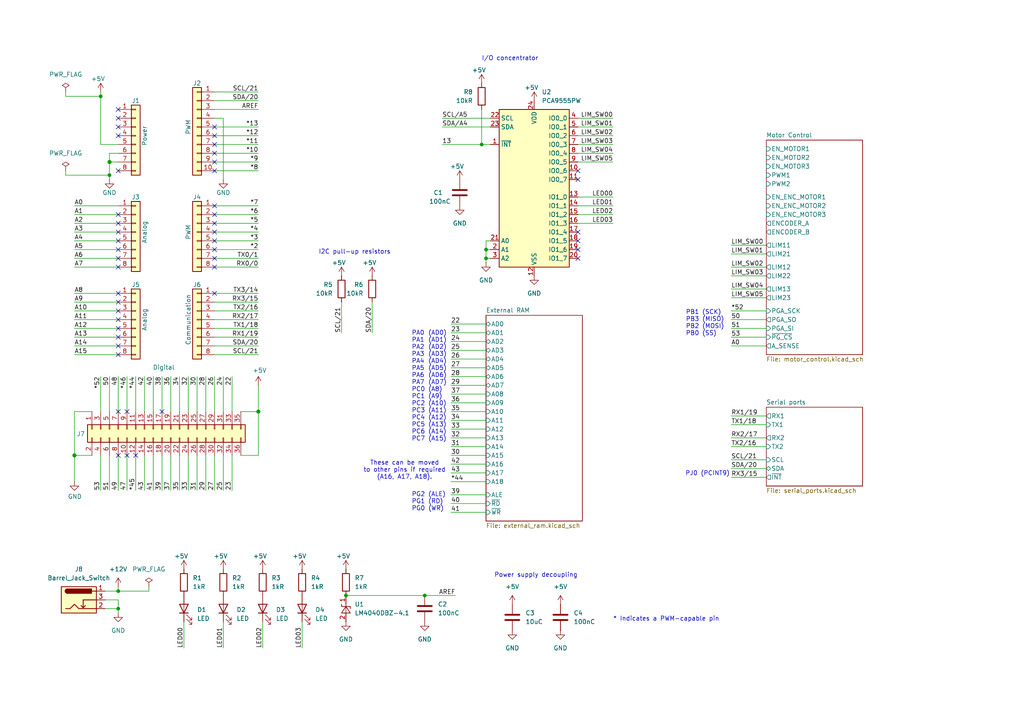
<source format=kicad_sch>
(kicad_sch (version 20250114) (generator "eeschema") (generator_version "9.0")
  (paper "A4")
  (title_block (date "mar. 31 mars 2015"))
  (lib_symbols
    (symbol "Connector:Barrel_Jack_Switch" (pin_names (hide yes))
      (property "Reference" "J" (at 0 5.334 0))
      (property "Value" "Barrel_Jack_Switch" (at 0 -5.08 0))
      (symbol "Barrel_Jack_Switch_1_1"
        (pin passive line (at 7.62 2.54 180) (length 2.54) (name "~") (number "1"))
        (pin passive line (at 7.62 0 180) (length 2.54) (name "~") (number "3"))
        (pin passive line (at 7.62 -2.54 180) (length 2.54) (name "~") (number "2"))
      )
    )
    (symbol "Connector_Generic:Conn_01x08" (pin_names (offset 1.016) (hide yes))
      (property "Reference" "J" (at 0 10.16 0))
      (property "Value" "Conn_01x08" (at 0 -12.7 0))
      (symbol "Conn_01x08_1_1"
        (pin passive line (at -5.08 7.62 0) (length 3.81) (name "Pin_1") (number "1"))
        (pin passive line (at -5.08 5.08 0) (length 3.81) (name "Pin_2") (number "2"))
        (pin passive line (at -5.08 2.54 0) (length 3.81) (name "Pin_3") (number "3"))
        (pin passive line (at -5.08 0 0) (length 3.81) (name "Pin_4") (number "4"))
        (pin passive line (at -5.08 -2.54 0) (length 3.81) (name "Pin_5") (number "5"))
        (pin passive line (at -5.08 -5.08 0) (length 3.81) (name "Pin_6") (number "6"))
        (pin passive line (at -5.08 -7.62 0) (length 3.81) (name "Pin_7") (number "7"))
        (pin passive line (at -5.08 -10.16 0) (length 3.81) (name "Pin_8") (number "8"))
      )
    )
    (symbol "Connector_Generic:Conn_01x10" (pin_names (offset 1.016) (hide yes))
      (property "Reference" "J" (at 0 12.7 0))
      (property "Value" "Conn_01x10" (at 0 -15.24 0))
      (symbol "Conn_01x10_1_1"
        (pin passive line (at -5.08 10.16 0) (length 3.81) (name "Pin_1") (number "1"))
        (pin passive line (at -5.08 7.62 0) (length 3.81) (name "Pin_2") (number "2"))
        (pin passive line (at -5.08 5.08 0) (length 3.81) (name "Pin_3") (number "3"))
        (pin passive line (at -5.08 2.54 0) (length 3.81) (name "Pin_4") (number "4"))
        (pin passive line (at -5.08 0 0) (length 3.81) (name "Pin_5") (number "5"))
        (pin passive line (at -5.08 -2.54 0) (length 3.81) (name "Pin_6") (number "6"))
        (pin passive line (at -5.08 -5.08 0) (length 3.81) (name "Pin_7") (number "7"))
        (pin passive line (at -5.08 -7.62 0) (length 3.81) (name "Pin_8") (number "8"))
        (pin passive line (at -5.08 -10.16 0) (length 3.81) (name "Pin_9") (number "9"))
        (pin passive line (at -5.08 -12.7 0) (length 3.81) (name "Pin_10") (number "10"))
      )
    )
    (symbol "Connector_Generic:Conn_02x18_Odd_Even" (pin_names (offset 1.016) (hide yes))
      (property "Reference" "J" (at 1.27 22.86 0))
      (property "Value" "Conn_02x18_Odd_Even" (at 1.27 -25.4 0))
      (symbol "Conn_02x18_Odd_Even_1_1"
        (pin passive line (at -5.08 20.32 0) (length 3.81) (name "Pin_1") (number "1"))
        (pin passive line (at -5.08 17.78 0) (length 3.81) (name "Pin_3") (number "3"))
        (pin passive line (at -5.08 15.24 0) (length 3.81) (name "Pin_5") (number "5"))
        (pin passive line (at -5.08 12.7 0) (length 3.81) (name "Pin_7") (number "7"))
        (pin passive line (at -5.08 10.16 0) (length 3.81) (name "Pin_9") (number "9"))
        (pin passive line (at -5.08 7.62 0) (length 3.81) (name "Pin_11") (number "11"))
        (pin passive line (at -5.08 5.08 0) (length 3.81) (name "Pin_13") (number "13"))
        (pin passive line (at -5.08 2.54 0) (length 3.81) (name "Pin_15") (number "15"))
        (pin passive line (at -5.08 0 0) (length 3.81) (name "Pin_17") (number "17"))
        (pin passive line (at -5.08 -2.54 0) (length 3.81) (name "Pin_19") (number "19"))
        (pin passive line (at -5.08 -5.08 0) (length 3.81) (name "Pin_21") (number "21"))
        (pin passive line (at -5.08 -7.62 0) (length 3.81) (name "Pin_23") (number "23"))
        (pin passive line (at -5.08 -10.16 0) (length 3.81) (name "Pin_25") (number "25"))
        (pin passive line (at -5.08 -12.7 0) (length 3.81) (name "Pin_27") (number "27"))
        (pin passive line (at -5.08 -15.24 0) (length 3.81) (name "Pin_29") (number "29"))
        (pin passive line (at -5.08 -17.78 0) (length 3.81) (name "Pin_31") (number "31"))
        (pin passive line (at -5.08 -20.32 0) (length 3.81) (name "Pin_33") (number "33"))
        (pin passive line (at -5.08 -22.86 0) (length 3.81) (name "Pin_35") (number "35"))
        (pin passive line (at 7.62 20.32 180) (length 3.81) (name "Pin_2") (number "2"))
        (pin passive line (at 7.62 17.78 180) (length 3.81) (name "Pin_4") (number "4"))
        (pin passive line (at 7.62 15.24 180) (length 3.81) (name "Pin_6") (number "6"))
        (pin passive line (at 7.62 12.7 180) (length 3.81) (name "Pin_8") (number "8"))
        (pin passive line (at 7.62 10.16 180) (length 3.81) (name "Pin_10") (number "10"))
        (pin passive line (at 7.62 7.62 180) (length 3.81) (name "Pin_12") (number "12"))
        (pin passive line (at 7.62 5.08 180) (length 3.81) (name "Pin_14") (number "14"))
        (pin passive line (at 7.62 2.54 180) (length 3.81) (name "Pin_16") (number "16"))
        (pin passive line (at 7.62 0 180) (length 3.81) (name "Pin_18") (number "18"))
        (pin passive line (at 7.62 -2.54 180) (length 3.81) (name "Pin_20") (number "20"))
        (pin passive line (at 7.62 -5.08 180) (length 3.81) (name "Pin_22") (number "22"))
        (pin passive line (at 7.62 -7.62 180) (length 3.81) (name "Pin_24") (number "24"))
        (pin passive line (at 7.62 -10.16 180) (length 3.81) (name "Pin_26") (number "26"))
        (pin passive line (at 7.62 -12.7 180) (length 3.81) (name "Pin_28") (number "28"))
        (pin passive line (at 7.62 -15.24 180) (length 3.81) (name "Pin_30") (number "30"))
        (pin passive line (at 7.62 -17.78 180) (length 3.81) (name "Pin_32") (number "32"))
        (pin passive line (at 7.62 -20.32 180) (length 3.81) (name "Pin_34") (number "34"))
        (pin passive line (at 7.62 -22.86 180) (length 3.81) (name "Pin_36") (number "36"))
      )
    )
    (symbol "Device:C" (pin_numbers (hide yes)) (pin_names (offset 0.254))
      (property "Reference" "C" (at 0.635 2.54 0))
      (property "Value" "C" (at 0.635 -2.54 0))
      (symbol "C_1_1"
        (pin passive line (at 0 3.81 270) (length 2.794) (name "~") (number "1"))
        (pin passive line (at 0 -3.81 90) (length 2.794) (name "~") (number "2"))
      )
    )
    (symbol "Device:LED" (pin_numbers (hide yes)) (pin_names (offset 1.016) (hide yes))
      (property "Reference" "D" (at 0 2.54 0))
      (property "Value" "LED" (at 0 -2.54 0))
      (symbol "LED_1_1"
        (pin passive line (at -3.81 0 0) (length 2.54) (name "K") (number "1"))
        (pin passive line (at 3.81 0 180) (length 2.54) (name "A") (number "2"))
      )
    )
    (symbol "Device:R" (pin_numbers (hide yes)) (pin_names (offset 0))
      (property "Reference" "R" (at 2.032 0 90))
      (property "Value" "R" (at 0 0 90))
      (symbol "R_1_1"
        (pin passive line (at 0 3.81 270) (length 1.27) (name "~") (number "1"))
        (pin passive line (at 0 -3.81 90) (length 1.27) (name "~") (number "2"))
      )
    )
    (symbol "Interface_Expansion:PCA9555PW"
      (property "Reference" "U" (at -8.89 24.13 0))
      (property "Value" "PCA9555PW" (at 6.35 24.13 0))
      (symbol "PCA9555PW_1_1"
        (pin input line (at -12.7 20.32 0) (length 2.54) (name "SCL") (number "22"))
        (pin bidirectional line (at -12.7 17.78 0) (length 2.54) (name "SDA") (number "23"))
        (pin open_collector line (at -12.7 12.7 0) (length 2.54) (name "~{INT}") (number "1"))
        (pin input line (at -12.7 -15.24 0) (length 2.54) (name "A0") (number "21"))
        (pin input line (at -12.7 -17.78 0) (length 2.54) (name "A1") (number "2"))
        (pin input line (at -12.7 -20.32 0) (length 2.54) (name "A2") (number "3"))
        (pin power_in line (at 0 25.4 270) (length 2.54) (name "VDD") (number "24"))
        (pin power_in line (at 0 -25.4 90) (length 2.54) (name "VSS") (number "12"))
        (pin bidirectional line (at 12.7 20.32 180) (length 2.54) (name "IO0_0") (number "4"))
        (pin bidirectional line (at 12.7 17.78 180) (length 2.54) (name "IO0_1") (number "5"))
        (pin bidirectional line (at 12.7 15.24 180) (length 2.54) (name "IO0_2") (number "6"))
        (pin bidirectional line (at 12.7 12.7 180) (length 2.54) (name "IO0_3") (number "7"))
        (pin bidirectional line (at 12.7 10.16 180) (length 2.54) (name "IO0_4") (number "8"))
        (pin bidirectional line (at 12.7 7.62 180) (length 2.54) (name "IO0_5") (number "9"))
        (pin bidirectional line (at 12.7 5.08 180) (length 2.54) (name "IO0_6") (number "10"))
        (pin bidirectional line (at 12.7 2.54 180) (length 2.54) (name "IO0_7") (number "11"))
        (pin bidirectional line (at 12.7 -2.54 180) (length 2.54) (name "IO1_0") (number "13"))
        (pin bidirectional line (at 12.7 -5.08 180) (length 2.54) (name "IO1_1") (number "14"))
        (pin bidirectional line (at 12.7 -7.62 180) (length 2.54) (name "IO1_2") (number "15"))
        (pin bidirectional line (at 12.7 -10.16 180) (length 2.54) (name "IO1_3") (number "16"))
        (pin bidirectional line (at 12.7 -12.7 180) (length 2.54) (name "IO1_4") (number "17"))
        (pin bidirectional line (at 12.7 -15.24 180) (length 2.54) (name "IO1_5") (number "18"))
        (pin bidirectional line (at 12.7 -17.78 180) (length 2.54) (name "IO1_6") (number "19"))
        (pin bidirectional line (at 12.7 -20.32 180) (length 2.54) (name "IO1_7") (number "20"))
      )
    )
    (symbol "Reference_Voltage:LM4040DBZ-4.1" (pin_names (offset 0.0254) (hide yes))
      (property "Reference" "U" (at 0 2.54 0))
      (property "Value" "LM4040DBZ-4.1" (at 0 -3.175 0))
      (symbol "LM4040DBZ-4.1_1_1"
        (pin passive line (at -3.81 0 0) (length 2.54) (name "A") (number "2"))
        (pin no_connect line (at -1.27 0 0) (length 2.54) (hide yes) (name "NC") (number "3"))
        (pin passive line (at 3.81 0 180) (length 2.54) (name "K") (number "1"))
      )
    )
    (symbol "power:+12V" (power) (pin_numbers (hide yes)) (pin_names (offset 0) (hide yes))
      (property "Value" "+12V" (at 0 3.556 0))
      (symbol "+12V_1_1"
        (pin power_in line (at 0 0 90) (length 0) (name "~") (number "1"))
      )
    )
    (symbol "power:+5V" (power) (pin_numbers (hide yes)) (pin_names (offset 0) (hide yes))
      (property "Value" "+5V" (at 0 3.556 0))
      (symbol "+5V_1_1"
        (pin power_in line (at 0 0 90) (length 0) (name "~") (number "1"))
      )
    )
    (symbol "power:GND" (power) (pin_numbers (hide yes)) (pin_names (offset 0) (hide yes))
      (property "Value" "GND" (at 0 -3.81 0))
      (symbol "GND_1_1"
        (pin power_in line (at 0 0 270) (length 0) (name "~") (number "1"))
      )
    )
    (symbol "power:PWR_FLAG" (power) (pin_numbers (hide yes)) (pin_names (offset 0) (hide yes))
      (property "Value" "PWR_FLAG" (at 0 3.81 0))
      (symbol "PWR_FLAG_0_0"
        (pin power_out line (at 0 0 90) (length 0) (name "~") (number "1"))
      )
    )
  )
  (text "PG2	(ALE)\nPG1	(RD)\nPG0	(WR)" (at 119.38 145.542 0) (effects (font (size 1.27 1.27)) (justify left)))
  (text "PJ0 (PCINT9)" (at 205.232 137.414 0) (effects (font (size 1.27 1.27))))
  (text "PB1 (SCK)\nPB3 (MISO)\nPB2 (MOSI)\nPB0 (SS)" (at 198.882 93.726 0) (effects (font (size 1.27 1.27)) (justify left)))
  (text "Power supply decoupling" (at 155.448 166.878 0) (effects (font (size 1.27 1.27))))
  (text "I/O concentrator" (at 139.7 17.78 0) (effects (font (size 1.27 1.27)) (justify left bottom)))
  (text "* Indicates a PWM-capable pin" (at 177.8 180.34 0) (effects (font (size 1.27 1.27)) (justify left bottom)))
  (text "These can be moved\nto other pins if required\n(A16, A17, A18)." (at 117.348 136.398 0) (effects (font (size 1.27 1.27))))
  (text "PA0	(AD0)\nPA1	(AD1)\nPA2	(AD2)\nPA3	(AD3)\nPA4	(AD4)\nPA5	(AD5)\nPA6	(AD6)\nPA7	(AD7)\nPC0	(A8)\nPC1	(A9)\nPC2	(A10)\nPC3	(A11)\nPC4	(A12)\nPC5	(A13)\nPC6	(A14)\nPC7	(A15)" (at 119.38 112.014 0) (effects (font (size 1.27 1.27)) (justify left)))
  (text "I2C pull-up resistors" (at 102.87 73.152 0) (effects (font (size 1.27 1.27))))
  (junction (at 34.29 176.53))
  (junction (at 21.59 132.08) (diameter 1.016))
  (junction (at 31.75 46.99) (diameter 1.016))
  (junction (at 100.33 172.72))
  (junction (at 140.97 72.39))
  (junction (at 123.19 172.72))
  (junction (at 34.29 171.45))
  (junction (at 31.75 50.8))
  (junction (at 29.21 27.94))
  (junction (at 139.7 41.91))
  (junction (at 140.97 74.93))
  (junction (at 74.93 119.38) (diameter 1.016))
  (no_connect (at 34.29 119.38))
  (no_connect (at 34.29 34.29))
  (no_connect (at 46.99 119.38))
  (no_connect (at 34.29 92.71))
  (no_connect (at 62.23 62.23))
  (no_connect (at 34.29 62.23))
  (no_connect (at 34.29 95.25))
  (no_connect (at 34.29 72.39))
  (no_connect (at 62.23 64.77))
  (no_connect (at 34.29 67.31))
  (no_connect (at 62.23 39.37))
  (no_connect (at 167.64 74.93))
  (no_connect (at 62.23 44.45))
  (no_connect (at 34.29 74.93))
  (no_connect (at 62.23 77.47))
  (no_connect (at 167.64 52.07))
  (no_connect (at 34.29 49.53))
  (no_connect (at 34.29 102.87))
  (no_connect (at 62.23 74.93))
  (no_connect (at 62.23 85.09))
  (no_connect (at 34.29 85.09))
  (no_connect (at 39.37 132.08))
  (no_connect (at 36.83 132.08))
  (no_connect (at 62.23 41.91))
  (no_connect (at 167.64 72.39))
  (no_connect (at 62.23 46.99))
  (no_connect (at 34.29 39.37))
  (no_connect (at 34.29 97.79))
  (no_connect (at 34.29 36.83))
  (no_connect (at 34.29 64.77))
  (no_connect (at 34.29 77.47))
  (no_connect (at 62.23 69.85))
  (no_connect (at 167.64 69.85))
  (no_connect (at 34.29 132.08))
  (no_connect (at 62.23 36.83))
  (no_connect (at 62.23 59.69))
  (no_connect (at 36.83 119.38))
  (no_connect (at 34.29 100.33))
  (no_connect (at 34.29 87.63))
  (no_connect (at 62.23 49.53))
  (no_connect (at 167.64 49.53))
  (no_connect (at 34.29 69.85))
  (no_connect (at 62.23 72.39))
  (no_connect (at 34.29 31.75))
  (no_connect (at 62.23 67.31))
  (no_connect (at 167.64 67.31))
  (no_connect (at 34.29 90.17))
  (wire (pts (xy 62.23 77.47) (xy 74.93 77.47)))
  (wire (pts (xy 212.09 90.17) (xy 222.25 90.17)))
  (wire (pts (xy 31.75 50.8) (xy 31.75 52.07)))
  (wire (pts (xy 34.29 176.53) (xy 34.29 177.8)))
  (wire (pts (xy 222.25 120.65) (xy 212.09 120.65)))
  (wire (pts (xy 21.59 77.47) (xy 34.29 77.47)))
  (wire (pts (xy 62.23 44.45) (xy 74.93 44.45)))
  (wire (pts (xy 44.45 109.22) (xy 44.45 119.38)))
  (wire (pts (xy 34.29 173.99) (xy 34.29 176.53)))
  (wire (pts (xy 222.25 95.25) (xy 212.09 95.25)))
  (wire (pts (xy 130.81 134.62) (xy 140.97 134.62)))
  (wire (pts (xy 62.23 26.67) (xy 74.93 26.67)))
  (wire (pts (xy 46.99 109.22) (xy 46.99 119.38)))
  (wire (pts (xy 29.21 27.94) (xy 29.21 41.91)))
  (wire (pts (xy 140.97 72.39) (xy 142.24 72.39)))
  (wire (pts (xy 74.93 119.38) (xy 74.93 132.08)))
  (wire (pts (xy 212.09 73.66) (xy 222.25 73.66)))
  (wire (pts (xy 212.09 133.35) (xy 222.25 133.35)))
  (wire (pts (xy 26.67 119.38) (xy 21.59 119.38)))
  (wire (pts (xy 222.25 97.79) (xy 212.09 97.79)))
  (wire (pts (xy 53.34 180.34) (xy 53.34 187.96)))
  (wire (pts (xy 62.23 90.17) (xy 74.93 90.17)))
  (wire (pts (xy 31.75 44.45) (xy 31.75 46.99)))
  (wire (pts (xy 212.09 77.47) (xy 222.25 77.47)))
  (wire (pts (xy 140.97 143.51) (xy 130.81 143.51)))
  (wire (pts (xy 167.64 62.23) (xy 177.8 62.23)))
  (wire (pts (xy 212.09 83.82) (xy 222.25 83.82)))
  (wire (pts (xy 49.53 132.08) (xy 49.53 142.24)))
  (wire (pts (xy 21.59 72.39) (xy 34.29 72.39)))
  (wire (pts (xy 54.61 109.22) (xy 54.61 119.38)))
  (wire (pts (xy 19.05 27.94) (xy 29.21 27.94)))
  (wire (pts (xy 31.75 109.22) (xy 31.75 119.38)))
  (wire (pts (xy 67.31 109.22) (xy 67.31 119.38)))
  (wire (pts (xy 19.05 50.8) (xy 31.75 50.8)))
  (wire (pts (xy 31.75 46.99) (xy 31.75 50.8)))
  (wire (pts (xy 212.09 138.43) (xy 222.25 138.43)))
  (wire (pts (xy 62.23 132.08) (xy 62.23 142.24)))
  (wire (pts (xy 41.91 109.22) (xy 41.91 119.38)))
  (wire (pts (xy 140.97 119.38) (xy 130.81 119.38)))
  (wire (pts (xy 140.97 148.59) (xy 130.81 148.59)))
  (wire (pts (xy 29.21 41.91) (xy 34.29 41.91)))
  (wire (pts (xy 52.07 132.08) (xy 52.07 142.24)))
  (wire (pts (xy 29.21 26.67) (xy 29.21 27.94)))
  (wire (pts (xy 21.59 102.87) (xy 34.29 102.87)))
  (wire (pts (xy 36.83 132.08) (xy 36.83 142.24)))
  (wire (pts (xy 59.69 132.08) (xy 59.69 142.24)))
  (wire (pts (xy 62.23 36.83) (xy 74.93 36.83)))
  (wire (pts (xy 177.8 36.83) (xy 167.64 36.83)))
  (wire (pts (xy 140.97 106.68) (xy 130.81 106.68)))
  (wire (pts (xy 30.48 171.45) (xy 34.29 171.45)))
  (wire (pts (xy 130.81 93.98) (xy 140.97 93.98)))
  (wire (pts (xy 62.23 59.69) (xy 74.93 59.69)))
  (wire (pts (xy 34.29 59.69) (xy 21.59 59.69)))
  (wire (pts (xy 100.33 172.72) (xy 123.19 172.72)))
  (wire (pts (xy 62.23 39.37) (xy 74.93 39.37)))
  (wire (pts (xy 34.29 100.33) (xy 21.59 100.33)))
  (wire (pts (xy 107.95 87.63) (xy 107.95 96.52)))
  (wire (pts (xy 62.23 62.23) (xy 74.93 62.23)))
  (wire (pts (xy 62.23 97.79) (xy 74.93 97.79)))
  (wire (pts (xy 64.77 180.34) (xy 64.77 187.96)))
  (wire (pts (xy 76.2 180.34) (xy 76.2 187.96)))
  (wire (pts (xy 52.07 109.22) (xy 52.07 119.38)))
  (wire (pts (xy 130.81 139.7) (xy 140.97 139.7)))
  (wire (pts (xy 21.59 119.38) (xy 21.59 132.08)))
  (wire (pts (xy 142.24 41.91) (xy 139.7 41.91)))
  (wire (pts (xy 36.83 109.22) (xy 36.83 119.38)))
  (wire (pts (xy 26.67 132.08) (xy 21.59 132.08)))
  (wire (pts (xy 140.97 69.85) (xy 142.24 69.85)))
  (wire (pts (xy 130.81 127) (xy 140.97 127)))
  (wire (pts (xy 30.48 176.53) (xy 34.29 176.53)))
  (wire (pts (xy 140.97 101.6) (xy 130.81 101.6)))
  (wire (pts (xy 62.23 46.99) (xy 74.93 46.99)))
  (wire (pts (xy 59.69 109.22) (xy 59.69 119.38)))
  (wire (pts (xy 222.25 123.19) (xy 212.09 123.19)))
  (wire (pts (xy 130.81 137.16) (xy 140.97 137.16)))
  (wire (pts (xy 57.15 109.22) (xy 57.15 119.38)))
  (wire (pts (xy 39.37 132.08) (xy 39.37 142.24)))
  (wire (pts (xy 57.15 132.08) (xy 57.15 142.24)))
  (wire (pts (xy 34.29 132.08) (xy 34.29 142.24)))
  (wire (pts (xy 64.77 109.22) (xy 64.77 119.38)))
  (wire (pts (xy 62.23 67.31) (xy 74.93 67.31)))
  (wire (pts (xy 43.18 171.45) (xy 34.29 171.45)))
  (wire (pts (xy 43.18 170.18) (xy 43.18 171.45)))
  (wire (pts (xy 44.45 132.08) (xy 44.45 142.24)))
  (wire (pts (xy 140.97 124.46) (xy 130.81 124.46)))
  (wire (pts (xy 39.37 109.22) (xy 39.37 119.38)))
  (wire (pts (xy 130.81 132.08) (xy 140.97 132.08)))
  (wire (pts (xy 140.97 76.2) (xy 140.97 74.93)))
  (wire (pts (xy 140.97 72.39) (xy 140.97 69.85)))
  (wire (pts (xy 30.48 173.99) (xy 34.29 173.99)))
  (wire (pts (xy 140.97 74.93) (xy 142.24 74.93)))
  (wire (pts (xy 62.23 87.63) (xy 74.93 87.63)))
  (wire (pts (xy 74.93 111.76) (xy 74.93 119.38)))
  (wire (pts (xy 140.97 114.3) (xy 130.81 114.3)))
  (wire (pts (xy 128.27 36.83) (xy 142.24 36.83)))
  (wire (pts (xy 222.25 127) (xy 212.09 127)))
  (wire (pts (xy 64.77 34.29) (xy 64.77 52.07)))
  (wire (pts (xy 62.23 102.87) (xy 74.93 102.87)))
  (wire (pts (xy 62.23 31.75) (xy 74.93 31.75)))
  (wire (pts (xy 69.85 119.38) (xy 74.93 119.38)))
  (wire (pts (xy 222.25 100.33) (xy 212.09 100.33)))
  (wire (pts (xy 62.23 95.25) (xy 74.93 95.25)))
  (wire (pts (xy 34.29 171.45) (xy 34.29 170.18)))
  (wire (pts (xy 21.59 92.71) (xy 34.29 92.71)))
  (wire (pts (xy 87.63 180.34) (xy 87.63 187.96)))
  (wire (pts (xy 167.64 57.15) (xy 177.8 57.15)))
  (wire (pts (xy 177.8 39.37) (xy 167.64 39.37)))
  (wire (pts (xy 34.29 64.77) (xy 21.59 64.77)))
  (wire (pts (xy 139.7 41.91) (xy 139.7 31.75)))
  (wire (pts (xy 62.23 85.09) (xy 74.93 85.09)))
  (wire (pts (xy 34.29 46.99) (xy 31.75 46.99)))
  (wire (pts (xy 212.09 135.89) (xy 222.25 135.89)))
  (wire (pts (xy 130.81 146.05) (xy 140.97 146.05)))
  (wire (pts (xy 177.8 44.45) (xy 167.64 44.45)))
  (wire (pts (xy 29.21 109.22) (xy 29.21 119.38)))
  (wire (pts (xy 21.59 62.23) (xy 34.29 62.23)))
  (wire (pts (xy 130.81 109.22) (xy 140.97 109.22)))
  (wire (pts (xy 31.75 132.08) (xy 31.75 142.24)))
  (wire (pts (xy 212.09 71.12) (xy 222.25 71.12)))
  (wire (pts (xy 128.27 34.29) (xy 142.24 34.29)))
  (wire (pts (xy 167.64 59.69) (xy 177.8 59.69)))
  (wire (pts (xy 54.61 132.08) (xy 54.61 142.24)))
  (wire (pts (xy 34.29 90.17) (xy 21.59 90.17)))
  (wire (pts (xy 19.05 49.53) (xy 19.05 50.8)))
  (wire (pts (xy 29.21 132.08) (xy 29.21 142.24)))
  (wire (pts (xy 62.23 92.71) (xy 74.93 92.71)))
  (wire (pts (xy 62.23 34.29) (xy 64.77 34.29)))
  (wire (pts (xy 46.99 132.08) (xy 46.99 142.24)))
  (wire (pts (xy 177.8 41.91) (xy 167.64 41.91)))
  (wire (pts (xy 130.81 116.84) (xy 140.97 116.84)))
  (wire (pts (xy 34.29 44.45) (xy 31.75 44.45)))
  (wire (pts (xy 21.59 97.79) (xy 34.29 97.79)))
  (wire (pts (xy 62.23 109.22) (xy 62.23 119.38)))
  (wire (pts (xy 62.23 41.91) (xy 74.93 41.91)))
  (wire (pts (xy 49.53 109.22) (xy 49.53 119.38)))
  (wire (pts (xy 212.09 80.01) (xy 222.25 80.01)))
  (wire (pts (xy 21.59 87.63) (xy 34.29 87.63)))
  (wire (pts (xy 62.23 64.77) (xy 74.93 64.77)))
  (wire (pts (xy 130.81 121.92) (xy 140.97 121.92)))
  (wire (pts (xy 21.59 67.31) (xy 34.29 67.31)))
  (wire (pts (xy 140.97 74.93) (xy 140.97 72.39)))
  (wire (pts (xy 34.29 109.22) (xy 34.29 119.38)))
  (wire (pts (xy 130.81 99.06) (xy 140.97 99.06)))
  (wire (pts (xy 62.23 100.33) (xy 74.93 100.33)))
  (wire (pts (xy 130.81 104.14) (xy 140.97 104.14)))
  (wire (pts (xy 222.25 129.54) (xy 212.09 129.54)))
  (wire (pts (xy 99.06 87.63) (xy 99.06 96.52)))
  (wire (pts (xy 74.93 132.08) (xy 69.85 132.08)))
  (wire (pts (xy 123.19 172.72) (xy 132.08 172.72)))
  (wire (pts (xy 128.27 41.91) (xy 139.7 41.91)))
  (wire (pts (xy 34.29 85.09) (xy 21.59 85.09)))
  (wire (pts (xy 140.97 96.52) (xy 130.81 96.52)))
  (wire (pts (xy 67.31 132.08) (xy 67.31 142.24)))
  (wire (pts (xy 62.23 29.21) (xy 74.93 29.21)))
  (wire (pts (xy 64.77 132.08) (xy 64.77 142.24)))
  (wire (pts (xy 62.23 72.39) (xy 74.93 72.39)))
  (wire (pts (xy 177.8 46.99) (xy 167.64 46.99)))
  (wire (pts (xy 177.8 34.29) (xy 167.64 34.29)))
  (wire (pts (xy 62.23 69.85) (xy 74.93 69.85)))
  (wire (pts (xy 41.91 132.08) (xy 41.91 142.24)))
  (wire (pts (xy 19.05 26.67) (xy 19.05 27.94)))
  (wire (pts (xy 212.09 86.36) (xy 222.25 86.36)))
  (wire (pts (xy 212.09 92.71) (xy 222.25 92.71)))
  (wire (pts (xy 62.23 74.93) (xy 74.93 74.93)))
  (wire (pts (xy 34.29 95.25) (xy 21.59 95.25)))
  (wire (pts (xy 21.59 132.08) (xy 21.59 139.7)))
  (wire (pts (xy 34.29 74.93) (xy 21.59 74.93)))
  (wire (pts (xy 140.97 129.54) (xy 130.81 129.54)))
  (wire (pts (xy 34.29 69.85) (xy 21.59 69.85)))
  (wire (pts (xy 167.64 64.77) (xy 177.8 64.77)))
  (wire (pts (xy 62.23 49.53) (xy 74.93 49.53)))
  (wire (pts (xy 140.97 111.76) (xy 130.81 111.76)))
  (label "A10" (at 21.59 90.17 0))
  (label "RX0{slash}0" (at 74.93 77.47 180))
  (label "A15" (at 21.59 102.87 0))
  (label "LIM_SW01" (at 177.8 36.83 180))
  (label "LED01" (at 177.8 59.69 180))
  (label "A2" (at 21.59 64.77 0))
  (label "53" (at 212.09 97.79 0))
  (label "RX2{slash}17" (at 74.93 92.71 180))
  (label "LIM_SW05" (at 177.8 46.99 180))
  (label "*4" (at 74.93 67.31 180))
  (label "SDA{slash}20" (at 212.09 135.89 0))
  (label "SDA{slash}20" (at 74.93 100.33 180))
  (label "LIM_SW01" (at 212.09 73.66 0))
  (label "26" (at 62.23 109.22 270))
  (label "SDA{slash}20" (at 107.95 96.52 90))
  (label "22" (at 130.81 93.98 0))
  (label "31" (at 57.15 142.24 90))
  (label "22" (at 67.31 109.22 270))
  (label "33" (at 54.61 142.24 90))
  (label "36" (at 49.53 109.22 270))
  (label "*2" (at 74.93 72.39 180))
  (label "23" (at 130.81 96.52 0))
  (label "TX1{slash}18" (at 74.93 95.25 180))
  (label "*44" (at 39.37 109.22 270))
  (label "A3" (at 21.59 67.31 0))
  (label "LED02" (at 177.8 62.23 180))
  (label "50" (at 212.09 92.71 0))
  (label "*13" (at 74.93 36.83 180))
  (label "LIM_SW02" (at 177.8 39.37 180))
  (label "35" (at 130.81 119.38 0))
  (label "13" (at 128.27 41.91 0))
  (label "*52" (at 29.21 109.22 270))
  (label "*12" (at 74.93 39.37 180))
  (label "42" (at 130.81 134.62 0))
  (label "40" (at 44.45 109.22 270))
  (label "SCL{slash}21" (at 212.09 133.35 0))
  (label "LIM_SW03" (at 177.8 41.91 180))
  (label "LIM_SW02" (at 212.09 77.47 0))
  (label "35" (at 52.07 142.24 90))
  (label "TX2{slash}16" (at 212.09 129.54 0))
  (label "LED02" (at 76.2 187.96 90))
  (label "LED00" (at 177.8 57.15 180))
  (label "SCL{slash}21" (at 99.06 96.52 90))
  (label "*10" (at 74.93 44.45 180))
  (label "40" (at 130.81 146.05 0))
  (label "LIM_SW00" (at 212.09 71.12 0))
  (label "*52" (at 212.09 90.17 0))
  (label "28" (at 59.69 109.22 270))
  (label "23" (at 67.31 142.24 90))
  (label "32" (at 130.81 127 0))
  (label "29" (at 59.69 142.24 90))
  (label "A13" (at 21.59 97.79 0))
  (label "LED00" (at 53.34 187.96 90))
  (label "41" (at 44.45 142.24 90))
  (label "30" (at 57.15 109.22 270))
  (label "47" (at 36.83 142.24 90))
  (label "LIM_SW04" (at 177.8 44.45 180))
  (label "34" (at 52.07 109.22 270))
  (label "24" (at 130.81 99.06 0))
  (label "*45" (at 39.37 142.24 90))
  (label "38" (at 46.99 109.22 270))
  (label "51" (at 31.75 142.24 90))
  (label "51" (at 212.09 95.25 0))
  (label "*7" (at 74.93 59.69 180))
  (label "33" (at 130.81 124.46 0))
  (label "SDA{slash}20" (at 74.93 29.21 180))
  (label "30" (at 130.81 132.08 0))
  (label "*8" (at 74.93 49.53 180))
  (label "LED03" (at 87.63 187.96 90))
  (label "A9" (at 21.59 87.63 0))
  (label "*11" (at 74.93 41.91 180))
  (label "RX3{slash}15" (at 212.09 138.43 0))
  (label "*3" (at 74.93 69.85 180))
  (label "RX1{slash}19" (at 212.09 120.65 0))
  (label "LIM_SW00" (at 177.8 34.29 180))
  (label "A6" (at 21.59 74.93 0))
  (label "LIM_SW05" (at 212.09 86.36 0))
  (label "LIM_SW03" (at 212.09 80.01 0))
  (label "42" (at 41.91 109.22 270))
  (label "29" (at 130.81 111.76 0))
  (label "A1" (at 21.59 62.23 0))
  (label "53" (at 29.21 142.24 90))
  (label "TX0{slash}1" (at 74.93 74.93 180))
  (label "27" (at 130.81 106.68 0))
  (label "AREF" (at 132.08 172.72 180))
  (label "24" (at 64.77 109.22 270))
  (label "RX1{slash}19" (at 74.93 97.79 180))
  (label "28" (at 130.81 109.22 0))
  (label "A0" (at 21.59 59.69 0))
  (label "37" (at 130.81 114.3 0))
  (label "AREF" (at 74.93 31.75 180))
  (label "A14" (at 21.59 100.33 0))
  (label "39" (at 46.99 142.24 90))
  (label "A8" (at 21.59 85.09 0))
  (label "RX2{slash}17" (at 212.09 127 0))
  (label "25" (at 130.81 101.6 0))
  (label "27" (at 62.23 142.24 90))
  (label "37" (at 49.53 142.24 90))
  (label "25" (at 64.77 142.24 90))
  (label "A0" (at 212.09 100.33 0))
  (label "*6" (at 74.93 62.23 180))
  (label "*46" (at 36.83 109.22 270))
  (label "SCL{slash}21" (at 74.93 26.67 180))
  (label "*9" (at 74.93 46.99 180))
  (label "50" (at 31.75 109.22 270))
  (label "TX2{slash}16" (at 74.93 90.17 180))
  (label "*5" (at 74.93 64.77 180))
  (label "39" (at 130.81 143.51 0))
  (label "36" (at 130.81 116.84 0))
  (label "41" (at 130.81 148.59 0))
  (label "26" (at 130.81 104.14 0))
  (label "*44" (at 130.81 139.7 0))
  (label "A7" (at 21.59 77.47 0))
  (label "SDA{slash}A4" (at 128.27 36.83 0))
  (label "A11" (at 21.59 92.71 0))
  (label "A4" (at 21.59 69.85 0))
  (label "49" (at 34.29 142.24 90))
  (label "A5" (at 21.59 72.39 0))
  (label "RX3{slash}15" (at 74.93 87.63 180))
  (label "TX3{slash}14" (at 74.93 85.09 180))
  (label "LIM_SW04" (at 212.09 83.82 0))
  (label "TX1{slash}18" (at 212.09 123.19 0))
  (label "32" (at 54.61 109.22 270))
  (label "43" (at 41.91 142.24 90))
  (label "43" (at 130.81 137.16 0))
  (label "LED01" (at 64.77 187.96 90))
  (label "LED03" (at 177.8 64.77 180))
  (label "34" (at 130.81 121.92 0))
  (label "A12" (at 21.59 95.25 0))
  (label "31" (at 130.81 129.54 0))
  (label "SCL{slash}21" (at 74.93 102.87 180))
  (label "48" (at 34.29 109.22 270))
  (label "SCL{slash}A5" (at 128.27 34.29 0))
  (symbol (lib_id "Connector_Generic:Conn_01x08") (at 39.37 39.37 0) (unit 1)
    (property "Reference" "J1" (at 39.37 29.21 0))
    (property "Value" "Power" (at 41.91 39.37 90))
    (property "Footprint" "Connector_PinSocket_2.54mm:PinSocket_1x08_P2.54mm_Vertical" (effects (hide yes)))
    (property "Description" "Generic connector, single row, 01x08, script generated (kicad-library-utils/schlib/autogen/connector/)" (effects (hide yes)))
  )
  (symbol (lib_id "power:GND") (at 31.75 52.07 0) (unit 1)
    (property "Reference" "#PWR0101" (effects (hide yes)))
    (property "Value" "GND" (at 31.75 55.88 0))
    (property "Description" "Power symbol creates a global label with name \"GND\" , ground" (effects (hide yes)))
  )
  (symbol (lib_id "Connector_Generic:Conn_01x10") (at 57.15 36.83 0) (mirror y) (unit 1)
    (property "Reference" "J2" (at 57.15 24.13 0))
    (property "Value" "PWM" (at 54.61 36.83 90))
    (property "Footprint" "Connector_PinSocket_2.54mm:PinSocket_1x10_P2.54mm_Vertical" (effects (hide yes)))
    (property "Description" "Generic connector, single row, 01x10, script generated (kicad-library-utils/schlib/autogen/connector/)" (effects (hide yes)))
  )
  (symbol (lib_id "power:GND") (at 64.77 52.07 0) (unit 1)
    (property "Reference" "#PWR0104" (effects (hide yes)))
    (property "Value" "GND" (at 64.77 55.88 0))
    (property "Description" "Power symbol creates a global label with name \"GND\" , ground" (effects (hide yes)))
  )
  (symbol (lib_id "Connector_Generic:Conn_01x08") (at 39.37 67.31 0) (unit 1)
    (property "Reference" "J3" (at 39.37 57.15 0))
    (property "Value" "Analog" (at 41.91 67.31 90))
    (property "Footprint" "Connector_PinSocket_2.54mm:PinSocket_1x08_P2.54mm_Vertical" (effects (hide yes)))
    (property "Description" "Generic connector, single row, 01x08, script generated (kicad-library-utils/schlib/autogen/connector/)" (effects (hide yes)))
  )
  (symbol (lib_id "Connector_Generic:Conn_01x08") (at 57.15 67.31 0) (mirror y) (unit 1)
    (property "Reference" "J4" (at 57.15 57.15 0))
    (property "Value" "PWM" (at 54.61 67.31 90))
    (property "Footprint" "Connector_PinSocket_2.54mm:PinSocket_1x08_P2.54mm_Vertical" (effects (hide yes)))
    (property "Description" "Generic connector, single row, 01x08, script generated (kicad-library-utils/schlib/autogen/connector/)" (effects (hide yes)))
  )
  (symbol (lib_id "Connector_Generic:Conn_01x08") (at 39.37 92.71 0) (unit 1)
    (property "Reference" "J5" (at 39.37 82.55 0))
    (property "Value" "Analog" (at 41.91 92.71 90))
    (property "Footprint" "Connector_PinSocket_2.54mm:PinSocket_1x08_P2.54mm_Vertical" (effects (hide yes)))
    (property "Description" "Generic connector, single row, 01x08, script generated (kicad-library-utils/schlib/autogen/connector/)" (effects (hide yes)))
  )
  (symbol (lib_id "Connector_Generic:Conn_01x08") (at 57.15 92.71 0) (mirror y) (unit 1)
    (property "Reference" "J6" (at 57.15 82.55 0))
    (property "Value" "Communication" (at 54.61 92.71 90))
    (property "Footprint" "Connector_PinSocket_2.54mm:PinSocket_1x08_P2.54mm_Vertical" (effects (hide yes)))
    (property "Description" "Generic connector, single row, 01x08, script generated (kicad-library-utils/schlib/autogen/connector/)" (effects (hide yes)))
  )
  (symbol (lib_id "Connector_Generic:Conn_02x18_Odd_Even") (at 46.99 124.46 90) (mirror x) (unit 1)
    (property "Reference" "J7" (at 24.6379 125.8506 90) (effects (justify left)))
    (property "Value" "Digital" (at 47.498 106.553 90))
    (property "Footprint" "Connector_PinSocket_2.54mm:PinSocket_2x18_P2.54mm_Vertical" (effects (hide yes)))
    (property "Description" "Generic connector, double row, 02x18, odd/even pin numbering scheme (row 1 odd numbers, row 2 even numbers), script generated (kicad-library-utils/schlib/autogen/connector/)" (effects (hide yes)))
  )
  (symbol (lib_id "power:GND") (at 21.59 139.7 0) (unit 1)
    (property "Reference" "#PWR0105" (effects (hide yes)))
    (property "Value" "GND" (at 21.7043 144.0244 0))
    (property "Description" "Power symbol creates a global label with name \"GND\" , ground" (effects (hide yes)))
  )
  (symbol (lib_id "power:+5V") (at 74.93 111.76 0) (unit 1)
    (property "Reference" "#PWR0103" (effects (hide yes)))
    (property "Value" "+5V" (at 75.2983 107.4356 0))
    (property "Description" "Power symbol creates a global label with name \"+5V\"" (effects (hide yes)))
  )
  (symbol (lib_id "power:PWR_FLAG") (at 19.05 26.67 0) (unit 1)
    (property "Reference" "#FLG01" (effects (hide yes)))
    (property "Value" "PWR_FLAG" (at 19.05 21.59 0))
    (property "Description" "Special symbol for telling ERC where power comes from" (effects (hide yes)))
  )
  (symbol (lib_id "power:+5V") (at 64.77 165.1 0) (mirror y) (unit 1)
    (property "Reference" "#PWR0109" (effects (hide yes)))
    (property "Value" "+5V" (at 66.04 161.29 0) (effects (justify left)))
  )
  (symbol (lib_id "power:+5V") (at 154.94 29.21 0) (mirror y) (unit 1)
    (property "Reference" "#PWR0124" (effects (hide yes)))
    (property "Value" "+5V" (at 156.21 25.4 0) (effects (justify left)))
  )
  (symbol (lib_id "power:GND") (at 140.97 76.2 0) (unit 1)
    (property "Reference" "#PWR0119" (effects (hide yes)))
    (property "Value" "GND" (at 140.97 81.28 0))
  )
  (symbol (lib_id "power:+5V") (at 53.34 165.1 0) (mirror y) (unit 1)
    (property "Reference" "#PWR0107" (effects (hide yes)))
    (property "Value" "+5V" (at 54.61 161.29 0) (effects (justify left)))
  )
  (symbol (lib_id "power:PWR_FLAG") (at 19.05 49.53 0) (unit 1)
    (property "Reference" "#FLG02" (effects (hide yes)))
    (property "Value" "PWR_FLAG" (at 19.05 44.45 0))
    (property "Description" "Special symbol for telling ERC where power comes from" (effects (hide yes)))
  )
  (symbol (lib_id "Device:LED") (at 64.77 176.53 90) (unit 1)
    (property "Reference" "D2" (at 68.58 176.8474 90) (effects (justify right)))
    (property "Value" "LED" (at 68.58 179.3874 90) (effects (justify right)))
    (property "Footprint" "LED_SMD:LED_0805_2012Metric" (effects (hide yes)))
    (property "Datasheet" "https://datasheet.lcsc.com/lcsc/1810271707_Everlight-Elec-17-21SYGC-S530-E3-TR8_C142303.pdf" (effects (hide yes)))
    (property "MPN" "17-21SYGC/S530-E3/TR8" (effects (hide yes)))
  )
  (symbol (lib_id "power:GND") (at 123.19 180.34 0) (unit 1)
    (property "Reference" "#PWR0111" (effects (hide yes)))
    (property "Value" "GND" (at 123.19 185.42 0))
    (property "Description" "Power symbol creates a global label with name \"GND\" , ground" (effects (hide yes)))
  )
  (symbol (lib_id "power:+5V") (at 100.33 165.1 0) (mirror y) (unit 1)
    (property "Reference" "#PWR0122" (effects (hide yes)))
    (property "Value" "+5V" (at 101.6 161.29 0) (effects (justify left)))
  )
  (symbol (lib_id "power:GND") (at 34.29 177.8 0) (unit 1)
    (property "Reference" "#PWR0110" (effects (hide yes)))
    (property "Value" "GND" (at 34.29 182.88 0))
  )
  (symbol (lib_id "Device:C") (at 162.56 179.07 0) (unit 1)
    (property "Reference" "C4" (at 166.37 177.7999 0) (effects (justify left)))
    (property "Value" "100nC" (at 166.37 180.3399 0) (effects (justify left)))
    (property "Footprint" "Capacitor_SMD:C_0805_2012Metric" (effects (hide yes)))
    (property "Datasheet" "https://www.lcsc.com/datasheet/lcsc_datasheet_2304140030_KEMET-C0805F104K5RACAUTO_C141162.pdf" (effects (hide yes)))
    (property "Description" "Unpolarized capacitor" (effects (hide yes)))
    (property "Status" "OK" (effects (hide yes)))
    (property "MPN" "C0805F104K5RACAUTO" (effects (hide yes)))
  )
  (symbol (lib_id "Device:C") (at 148.59 179.07 0) (unit 1)
    (property "Reference" "C3" (at 152.4 177.7999 0) (effects (justify left)))
    (property "Value" "10uC" (at 152.4 180.3399 0) (effects (justify left)))
    (property "Footprint" "Capacitor_SMD:C_1210_3225Metric" (effects (hide yes)))
    (property "Datasheet" "https://datasheet.lcsc.com/lcsc/1912111437_Taiyo-Yuden-UMK325AB7106KM-T_C386167.pdf" (effects (hide yes)))
    (property "Description" "Unpolarized capacitor" (effects (hide yes)))
    (property "Status" "OK" (effects (hide yes)))
    (property "MPN" "UMK325AB7106KM-T" (effects (hide yes)))
  )
  (symbol (lib_id "Device:LED") (at 87.63 176.53 90) (unit 1)
    (property "Reference" "D4" (at 91.44 176.8474 90) (effects (justify right)))
    (property "Value" "LED" (at 91.44 179.3874 90) (effects (justify right)))
    (property "Footprint" "LED_SMD:LED_0805_2012Metric" (effects (hide yes)))
    (property "Datasheet" "https://datasheet.lcsc.com/lcsc/1810271707_Everlight-Elec-17-21SYGC-S530-E3-TR8_C142303.pdf" (effects (hide yes)))
    (property "MPN" "17-21SYGC/S530-E3/TR8" (effects (hide yes)))
  )
  (symbol (lib_id "power:+5V") (at 107.95 80.01 0) (mirror y) (unit 1)
    (property "Reference" "#PWR0118" (effects (hide yes)))
    (property "Value" "+5V" (at 109.22 76.2 0) (effects (justify left)))
  )
  (symbol (lib_id "Device:LED") (at 53.34 176.53 90) (unit 1)
    (property "Reference" "D1" (at 57.15 176.8474 90) (effects (justify right)))
    (property "Value" "LED" (at 57.15 179.3874 90) (effects (justify right)))
    (property "Footprint" "LED_SMD:LED_0805_2012Metric" (effects (hide yes)))
    (property "Datasheet" "https://datasheet.lcsc.com/lcsc/1810271707_Everlight-Elec-17-21SYGC-S530-E3-TR8_C142303.pdf" (effects (hide yes)))
    (property "MPN" "17-21SYGC/S530-E3/TR8" (effects (hide yes)))
  )
  (symbol (lib_id "Device:R") (at 87.63 168.91 0) (unit 1)
    (property "Reference" "R4" (at 90.17 167.6399 0) (effects (justify left)))
    (property "Value" "1kR" (at 90.17 170.1799 0) (effects (justify left)))
    (property "Footprint" "Resistor_SMD:R_0805_2012Metric" (effects (hide yes)))
    (property "Datasheet" "https://datasheet.lcsc.com/lcsc/2010202005_YAGEO-AC0805FR-7W1KL_C727989.pdf" (effects (hide yes)))
    (property "MPN" "AC0805FR-7W1KL" (effects (hide yes)))
  )
  (symbol (lib_id "power:+5V") (at 148.59 175.26 0) (unit 1)
    (property "Reference" "#PWR0112" (effects (hide yes)))
    (property "Value" "+5V" (at 148.59 170.18 0))
    (property "Description" "Power symbol creates a global label with name \"+5V\"" (effects (hide yes)))
  )
  (symbol (lib_id "Device:LED") (at 76.2 176.53 90) (unit 1)
    (property "Reference" "D3" (at 80.01 176.8474 90) (effects (justify right)))
    (property "Value" "LED" (at 80.01 179.3874 90) (effects (justify right)))
    (property "Footprint" "LED_SMD:LED_0805_2012Metric" (effects (hide yes)))
    (property "Datasheet" "https://datasheet.lcsc.com/lcsc/1810271707_Everlight-Elec-17-21SYGC-S530-E3-TR8_C142303.pdf" (effects (hide yes)))
    (property "MPN" "17-21SYGC/S530-E3/TR8" (effects (hide yes)))
  )
  (symbol (lib_id "power:+5V") (at 133.35 52.07 0) (mirror y) (unit 1)
    (property "Reference" "#PWR0125" (effects (hide yes)))
    (property "Value" "+5V" (at 134.62 48.26 0) (effects (justify left)))
  )
  (symbol (lib_id "power:GND") (at 148.59 182.88 0) (unit 1)
    (property "Reference" "#PWR0114" (effects (hide yes)))
    (property "Value" "GND" (at 148.59 187.96 0))
    (property "Description" "Power symbol creates a global label with name \"GND\" , ground" (effects (hide yes)))
  )
  (symbol (lib_id "Device:R") (at 139.7 27.94 0) (mirror y) (unit 1)
    (property "Reference" "R8" (at 137.16 26.6699 0) (effects (justify left)))
    (property "Value" "10kR" (at 137.16 29.2099 0) (effects (justify left)))
    (property "Footprint" "Resistor_SMD:R_0805_2012Metric" (effects (hide yes)))
    (property "Datasheet" "https://www.lcsc.com/datasheet/lcsc_datasheet_1810171610_YAGEO-RC0805JR-0710KL_C100047.pdf" (effects (hide yes)))
    (property "MPN" "RC0805JR-0710KL" (effects (hide yes)))
    (property "Status" "OK" (effects (hide yes)))
  )
  (symbol (lib_id "Device:R") (at 64.77 168.91 0) (unit 1)
    (property "Reference" "R2" (at 67.31 167.6399 0) (effects (justify left)))
    (property "Value" "1kR" (at 67.31 170.1799 0) (effects (justify left)))
    (property "Footprint" "Resistor_SMD:R_0805_2012Metric" (effects (hide yes)))
    (property "Datasheet" "https://datasheet.lcsc.com/lcsc/2010202005_YAGEO-AC0805FR-7W1KL_C727989.pdf" (effects (hide yes)))
    (property "MPN" "AC0805FR-7W1KL" (effects (hide yes)))
  )
  (symbol (lib_id "Device:R") (at 100.33 168.91 0) (unit 1)
    (property "Reference" "R7" (at 102.87 167.6399 0) (effects (justify left)))
    (property "Value" "1kR" (at 102.87 170.1799 0) (effects (justify left)))
    (property "Footprint" "Resistor_SMD:R_0805_2012Metric" (effects (hide yes)))
    (property "Datasheet" "https://datasheet.lcsc.com/lcsc/2010202005_YAGEO-AC0805FR-7W1KL_C727989.pdf" (effects (hide yes)))
    (property "MPN" "AC0805FR-7W1KL" (effects (hide yes)))
  )
  (symbol (lib_id "power:GND") (at 133.35 59.69 0) (unit 1)
    (property "Reference" "#PWR0126" (effects (hide yes)))
    (property "Value" "GND" (at 133.35 64.77 0))
  )
  (symbol (lib_id "Device:R") (at 53.34 168.91 0) (unit 1)
    (property "Reference" "R1" (at 55.88 167.6399 0) (effects (justify left)))
    (property "Value" "1kR" (at 55.88 170.1799 0) (effects (justify left)))
    (property "Footprint" "Resistor_SMD:R_0805_2012Metric" (effects (hide yes)))
    (property "Datasheet" "https://datasheet.lcsc.com/lcsc/2010202005_YAGEO-AC0805FR-7W1KL_C727989.pdf" (effects (hide yes)))
    (property "MPN" "AC0805FR-7W1KL" (effects (hide yes)))
  )
  (symbol (lib_id "power:GND") (at 154.94 80.01 0) (unit 1)
    (property "Reference" "#PWR0113" (effects (hide yes)))
    (property "Value" "GND" (at 154.94 85.09 0))
  )
  (symbol (lib_id "power:GND") (at 100.33 180.34 0) (unit 1)
    (property "Reference" "#PWR0120" (effects (hide yes)))
    (property "Value" "GND" (at 100.33 185.42 0))
  )
  (symbol (lib_id "Interface_Expansion:PCA9555PW") (at 154.94 54.61 0) (unit 1)
    (property "Reference" "U2" (at 157.1341 26.67 0) (effects (justify left)))
    (property "Value" "PCA9555PW" (at 157.1341 29.21 0) (effects (justify left)))
    (property "Footprint" "Package_SO:TSSOP-24_4.4x7.8mm_P0.65mm" (effects (hide yes)))
    (property "Datasheet" "https://www.nxp.com/docs/en/data-sheet/PCA9555.pdf" (effects (hide yes)))
    (property "Description" "IO expander 16 GPIO, I2C 400kHz, Interrupt, 2.3 - 5.5V, TSSOP-24" (effects (hide yes)))
    (property "MPN" "PCA9555PW,118" (effects (hide yes)))
  )
  (symbol (lib_id "Reference_Voltage:LM4040DBZ-4.1") (at 100.33 176.53 90) (unit 1)
    (property "Reference" "U1" (at 102.87 175.2599 90) (effects (justify right)))
    (property "Value" "LM4040DBZ-4.1" (at 102.87 177.7999 90) (effects (justify right)))
    (property "Footprint" "Package_TO_SOT_SMD:SOT-23" (effects (hide yes)))
    (property "Datasheet" "https://www.ti.com/lit/ds/symlink/lm4040.pdf" (effects (hide yes)))
    (property "Description" "4.096V Precision Micropower Shunt Voltage Reference, SOT-23" (effects (hide yes)))
    (property "MPN" "LM4040B41IDBZR" (effects (hide yes)))
  )
  (symbol (lib_id "power:PWR_FLAG") (at 43.18 170.18 0) (unit 1)
    (property "Reference" "#FLG03" (effects (hide yes)))
    (property "Value" "PWR_FLAG" (at 43.18 165.1 0))
    (property "Description" "Special symbol for telling ERC where power comes from" (effects (hide yes)))
  )
  (symbol (lib_id "power:+5V") (at 29.21 26.67 0) (mirror y) (unit 1)
    (property "Reference" "#PWR0102" (effects (hide yes)))
    (property "Value" "+5V" (at 30.48 22.86 0) (effects (justify left)))
  )
  (symbol (lib_id "Device:R") (at 76.2 168.91 0) (unit 1)
    (property "Reference" "R3" (at 78.74 167.6399 0) (effects (justify left)))
    (property "Value" "1kR" (at 78.74 170.1799 0) (effects (justify left)))
    (property "Footprint" "Resistor_SMD:R_0805_2012Metric" (effects (hide yes)))
    (property "Datasheet" "https://datasheet.lcsc.com/lcsc/2010202005_YAGEO-AC0805FR-7W1KL_C727989.pdf" (effects (hide yes)))
    (property "MPN" "AC0805FR-7W1KL" (effects (hide yes)))
  )
  (symbol (lib_id "power:+5V") (at 87.63 165.1 0) (mirror y) (unit 1)
    (property "Reference" "#PWR0121" (effects (hide yes)))
    (property "Value" "+5V" (at 88.9 161.29 0) (effects (justify left)))
  )
  (symbol (lib_id "Connector:Barrel_Jack_Switch") (at 22.86 173.99 0) (unit 1)
    (property "Reference" "J8" (at 22.86 165.1 0))
    (property "Value" "Barrel_Jack_Switch" (at 22.86 167.64 0))
    (property "Footprint" "Connector_BarrelJack:BarrelJack_Horizontal" (effects (hide yes)))
    (property "Datasheet" "https://datasheet.lcsc.com/lcsc/2108131530_Korean-Hroparts-Elec-DC-005-20A_C130239.pdf" (effects (hide yes)))
    (property "MPN" "DC-005-20A" (effects (hide yes)))
    (property "Status" "OK" (effects (hide yes)))
  )
  (symbol (lib_id "Device:C") (at 123.19 176.53 0) (unit 1)
    (property "Reference" "C2" (at 127 175.2599 0) (effects (justify left)))
    (property "Value" "100nC" (at 127 177.7999 0) (effects (justify left)))
    (property "Footprint" "Capacitor_SMD:C_0805_2012Metric" (effects (hide yes)))
    (property "Datasheet" "https://www.lcsc.com/datasheet/lcsc_datasheet_2304140030_KEMET-C0805F104K5RACAUTO_C141162.pdf" (effects (hide yes)))
    (property "Description" "Unpolarized capacitor" (effects (hide yes)))
    (property "Status" "OK" (effects (hide yes)))
    (property "MPN" "C0805F104K5RACAUTO" (effects (hide yes)))
  )
  (symbol (lib_id "Device:R") (at 107.95 83.82 0) (mirror y) (unit 1)
    (property "Reference" "R6" (at 105.41 82.5499 0) (effects (justify left)))
    (property "Value" "10kR" (at 105.41 85.0899 0) (effects (justify left)))
    (property "Footprint" "Resistor_SMD:R_0805_2012Metric" (effects (hide yes)))
    (property "Datasheet" "https://www.lcsc.com/datasheet/lcsc_datasheet_1810171610_YAGEO-RC0805JR-0710KL_C100047.pdf" (effects (hide yes)))
    (property "MPN" "RC0805JR-0710KL" (effects (hide yes)))
    (property "Status" "OK" (effects (hide yes)))
  )
  (symbol (lib_id "power:+5V") (at 139.7 24.13 0) (mirror y) (unit 1)
    (property "Reference" "#PWR0123" (effects (hide yes)))
    (property "Value" "+5V" (at 140.97 20.32 0) (effects (justify left)))
  )
  (symbol (lib_id "power:+5V") (at 76.2 165.1 0) (mirror y) (unit 1)
    (property "Reference" "#PWR0108" (effects (hide yes)))
    (property "Value" "+5V" (at 77.47 161.29 0) (effects (justify left)))
  )
  (symbol (lib_id "power:+5V") (at 99.06 80.01 0) (mirror y) (unit 1)
    (property "Reference" "#PWR0117" (effects (hide yes)))
    (property "Value" "+5V" (at 100.33 76.2 0) (effects (justify left)))
  )
  (symbol (lib_id "power:+12V") (at 34.29 170.18 0) (unit 1)
    (property "Reference" "#PWR0106" (effects (hide yes)))
    (property "Value" "+12V" (at 34.29 165.1 0))
  )
  (symbol (lib_id "power:GND") (at 162.56 182.88 0) (unit 1)
    (property "Reference" "#PWR0116" (effects (hide yes)))
    (property "Value" "GND" (at 162.56 187.96 0))
    (property "Description" "Power symbol creates a global label with name \"GND\" , ground" (effects (hide yes)))
  )
  (symbol (lib_id "Device:R") (at 99.06 83.82 0) (mirror y) (unit 1)
    (property "Reference" "R5" (at 96.52 82.5499 0) (effects (justify left)))
    (property "Value" "10kR" (at 96.52 85.0899 0) (effects (justify left)))
    (property "Footprint" "Resistor_SMD:R_0805_2012Metric" (effects (hide yes)))
    (property "Datasheet" "https://www.lcsc.com/datasheet/lcsc_datasheet_1810171610_YAGEO-RC0805JR-0710KL_C100047.pdf" (effects (hide yes)))
    (property "MPN" "RC0805JR-0710KL" (effects (hide yes)))
    (property "Status" "OK" (effects (hide yes)))
  )
  (symbol (lib_id "power:+5V") (at 162.56 175.26 0) (unit 1)
    (property "Reference" "#PWR0115" (effects (hide yes)))
    (property "Value" "+5V" (at 162.56 170.18 0))
    (property "Description" "Power symbol creates a global label with name \"+5V\"" (effects (hide yes)))
  )
  (symbol (lib_id "Device:C") (at 133.35 55.88 0) (unit 1)
    (property "Reference" "C1" (at 125.73 55.88 0) (effects (justify left)))
    (property "Value" "100nC" (at 124.46 58.42 0) (effects (justify left)))
    (property "Footprint" "Capacitor_SMD:C_0805_2012Metric" (effects (hide yes)))
    (property "Datasheet" "https://www.lcsc.com/datasheet/lcsc_datasheet_2304140030_KEMET-C0805F104K5RACAUTO_C141162.pdf" (effects (hide yes)))
    (property "MPN" "C0805F104K5RACAUTO" (effects (hide yes)))
    (property "Status" "OK" (effects (hide yes)))
  )
  (sheet (at 140.97 91.44) (size 27.94 59.69) (stroke (width 0.1524))
    (property "Sheetname" "External RAM" (at 140.97 90.7284 0) (effects (justify left bottom)))
    (property "Sheetfile" "external_ram.kicad_sch" (at 140.97 151.7146 0) (effects (justify left top)))
    (pin "A08" input (at 140.97 114.3 180))
    (pin "A09" input (at 140.97 116.84 180))
    (pin "A10" input (at 140.97 119.38 180))
    (pin "A11" input (at 140.97 121.92 180))
    (pin "A12" input (at 140.97 124.46 180))
    (pin "A13" input (at 140.97 127 180))
    (pin "A14" input (at 140.97 129.54 180))
    (pin "A15" input (at 140.97 132.08 180))
    (pin "A16" input (at 140.97 134.62 180))
    (pin "A17" input (at 140.97 137.16 180))
    (pin "A18" input (at 140.97 139.7 180))
    (pin "AD0" bidirectional (at 140.97 93.98 180))
    (pin "AD1" bidirectional (at 140.97 96.52 180))
    (pin "AD2" bidirectional (at 140.97 99.06 180))
    (pin "AD3" bidirectional (at 140.97 101.6 180))
    (pin "AD4" bidirectional (at 140.97 104.14 180))
    (pin "AD5" bidirectional (at 140.97 106.68 180))
    (pin "AD6" bidirectional (at 140.97 109.22 180))
    (pin "AD7" bidirectional (at 140.97 111.76 180))
    (pin "ALE" input (at 140.97 143.51 180))
    (pin "~{RD}" input (at 140.97 146.05 180))
    (pin "~{WR}" input (at 140.97 148.59 180))
  )
  (sheet (at 222.25 118.11) (size 27.94 22.86) (stroke (width 0.1524))
    (property "Sheetname" "Serial ports" (at 222.25 117.3984 0) (effects (justify left bottom)))
    (property "Sheetfile" "serial_ports.kicad_sch" (at 222.25 141.5546 0) (effects (justify left top)))
    (pin "RX1" output (at 222.25 120.65 180))
    (pin "SCL" input (at 222.25 133.35 180))
    (pin "SDA" bidirectional (at 222.25 135.89 180))
    (pin "TX1" input (at 222.25 123.19 180))
    (pin "~{INT}" output (at 222.25 138.43 180))
    (pin "RX2" output (at 222.25 127 180))
    (pin "TX2" input (at 222.25 129.54 180))
  )
  (sheet (at 222.25 40.64) (size 27.94 62.23) (stroke (width 0.1524))
    (property "Sheetname" "Motor Control" (at 222.25 39.9284 0) (effects (justify left bottom)))
    (property "Sheetfile" "motor_control.kicad_sch" (at 222.25 103.4546 0) (effects (justify left top)))
    (pin "A_SENSE" output (at 222.25 100.33 180))
    (pin "ENCODER_A" output (at 222.25 64.77 180))
    (pin "ENCODER_B" output (at 222.25 67.31 180))
    (pin "EN_ENC_MOTOR1" input (at 222.25 57.15 180))
    (pin "EN_ENC_MOTOR2" input (at 222.25 59.69 180))
    (pin "EN_ENC_MOTOR3" input (at 222.25 62.23 180))
    (pin "EN_MOTOR1" input (at 222.25 43.18 180))
    (pin "EN_MOTOR2" input (at 222.25 45.72 180))
    (pin "EN_MOTOR3" input (at 222.25 48.26 180))
    (pin "LIM11" output (at 222.25 71.12 180))
    (pin "LIM12" output (at 222.25 77.47 180))
    (pin "LIM13" output (at 222.25 83.82 180))
    (pin "LIM21" output (at 222.25 73.66 180))
    (pin "LIM22" output (at 222.25 80.01 180))
    (pin "LIM23" output (at 222.25 86.36 180))
    (pin "PGA_SCK" input (at 222.25 90.17 180))
    (pin "PGA_SI" input (at 222.25 95.25 180))
    (pin "PGA_SO" output (at 222.25 92.71 180))
    (pin "PWM1" input (at 222.25 50.8 180))
    (pin "PWM2" input (at 222.25 53.34 180))
    (pin "~{PG_CS}" input (at 222.25 97.79 180))
  )
)
</source>
